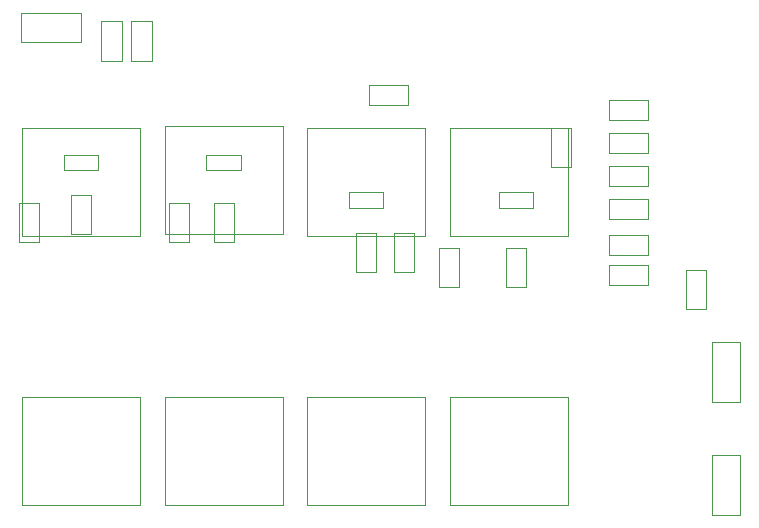
<source format=gbr>
%TF.GenerationSoftware,Altium Limited,Altium Designer,19.1.8 (144)*%
G04 Layer_Color=16711935*
%FSLAX26Y26*%
%MOIN*%
%TF.FileFunction,Other,Mechanical_13*%
%TF.Part,Single*%
G01*
G75*
%TA.AperFunction,NonConductor*%
%ADD43C,0.003937*%
D43*
X2266535Y1214961D02*
X2333465D01*
X2266535Y1085039D02*
X2333465D01*
X2266535D02*
Y1214961D01*
X2333465Y1085039D02*
Y1214961D01*
X1210039Y1766535D02*
Y1833465D01*
X1339960Y1766535D02*
Y1833465D01*
X1210039Y1766535D02*
X1339960D01*
X1210039Y1833465D02*
X1339960D01*
X2139961Y1716535D02*
Y1783464D01*
X2010039Y1716535D02*
Y1783464D01*
X2139961D01*
X2010039Y1716535D02*
X2139961D01*
X2010039Y1385285D02*
Y1452214D01*
X2139961Y1385285D02*
Y1452214D01*
X2010039Y1385285D02*
X2139961D01*
X2010039Y1452214D02*
X2139961D01*
Y1495701D02*
Y1562631D01*
X2010039Y1495701D02*
Y1562631D01*
X2139961D01*
X2010039Y1495701D02*
X2139961D01*
X1816535Y1560039D02*
X1883465D01*
X1816535Y1689961D02*
X1883465D01*
Y1560039D02*
Y1689961D01*
X1816535Y1560039D02*
Y1689961D01*
X691535Y1310039D02*
X758465D01*
X691535Y1439961D02*
X758465D01*
Y1310039D02*
Y1439961D01*
X691535Y1310039D02*
Y1439961D01*
X1666535Y1160039D02*
X1733465D01*
X1666535Y1289961D02*
X1733465D01*
Y1160039D02*
Y1289961D01*
X1666535Y1160039D02*
Y1289961D01*
X2139961Y1164452D02*
Y1231381D01*
X2010039Y1164452D02*
Y1231381D01*
X2139961D01*
X2010039Y1164452D02*
X2139961D01*
X541535Y1310039D02*
X608465D01*
X541535Y1439961D02*
X608465D01*
Y1310039D02*
Y1439961D01*
X541535Y1310039D02*
Y1439961D01*
X41535Y1310039D02*
X108465D01*
X41535Y1439961D02*
X108465D01*
Y1310039D02*
Y1439961D01*
X41535Y1310039D02*
Y1439961D01*
X216535Y1464961D02*
X283464D01*
X216535Y1335039D02*
X283464D01*
X216535D02*
Y1464961D01*
X283464Y1335039D02*
Y1464961D01*
X2139961Y1606118D02*
Y1673047D01*
X2010039Y1606118D02*
Y1673047D01*
X2139961D01*
X2010039Y1606118D02*
X2139961D01*
X1441535Y1289961D02*
X1508465D01*
X1441535Y1160039D02*
X1508465D01*
X1441535D02*
Y1289961D01*
X1508465Y1160039D02*
Y1289961D01*
X1291535Y1339961D02*
X1358465D01*
X1291535Y1210039D02*
X1358465D01*
X1291535D02*
Y1339961D01*
X1358465Y1210039D02*
Y1339961D01*
X1166535D02*
X1233465D01*
X1166535Y1210039D02*
X1233465D01*
X1166535D02*
Y1339961D01*
X1233465Y1210039D02*
Y1339961D01*
X2010039Y1266535D02*
Y1333465D01*
X2139961Y1266535D02*
Y1333465D01*
X2010039Y1266535D02*
X2139961D01*
X2010039Y1333465D02*
X2139961D01*
X1142520Y1424409D02*
X1257480D01*
X1142520Y1475591D02*
X1257480D01*
Y1424409D02*
Y1475591D01*
X1142520Y1424409D02*
Y1475591D01*
X1642520Y1424409D02*
X1757480D01*
X1642520Y1475591D02*
X1757480D01*
Y1424409D02*
Y1475591D01*
X1642520Y1424409D02*
Y1475591D01*
X667520Y1549409D02*
X782480D01*
X667520Y1600591D02*
X782480D01*
Y1549409D02*
Y1600591D01*
X667520Y1549409D02*
Y1600591D01*
X192520Y1549409D02*
X307480D01*
X192520Y1600591D02*
X307480D01*
Y1549409D02*
Y1600591D01*
X192520Y1549409D02*
Y1600591D01*
X414567Y2047047D02*
X485433D01*
X414567Y1913189D02*
X485433D01*
Y2047047D01*
X414567Y1913189D02*
Y2047047D01*
X314567D02*
X385433D01*
X314567Y1913189D02*
X385433D01*
Y2047047D01*
X314567Y1913189D02*
Y2047047D01*
X50000Y1977559D02*
X250000D01*
Y2072441D01*
X50000D02*
X250000D01*
X50000Y1977559D02*
Y2072441D01*
X1478740Y794095D02*
X1871260D01*
X1478740Y434055D02*
X1871260D01*
Y794095D01*
X1478740Y434055D02*
Y794095D01*
Y1330906D02*
X1871260D01*
X1478740Y1690945D02*
X1871260D01*
X1478740Y1330906D02*
Y1690945D01*
X1871260Y1330906D02*
Y1690945D01*
X1003740Y794095D02*
X1396260D01*
X1003740Y434055D02*
X1396260D01*
Y794095D01*
X1003740Y434055D02*
Y794095D01*
Y1330906D02*
X1396260D01*
X1003740Y1690945D02*
X1396260D01*
X1003740Y1330906D02*
Y1690945D01*
X1396260Y1330906D02*
Y1690945D01*
X528740Y794095D02*
X921260D01*
X528740Y434055D02*
X921260D01*
Y794095D01*
X528740Y434055D02*
Y794095D01*
Y1334449D02*
X921260D01*
X528740Y1694488D02*
X921260D01*
X528740Y1334449D02*
Y1694488D01*
X921260Y1334449D02*
Y1694488D01*
X53740Y794095D02*
X446260D01*
X53740Y434055D02*
X446260D01*
Y794095D01*
X53740Y434055D02*
Y794095D01*
Y1330906D02*
X446260D01*
X53740Y1690945D02*
X446260D01*
X53740Y1330906D02*
Y1690945D01*
X446260Y1330906D02*
Y1690945D01*
X2447441Y775000D02*
Y975000D01*
X2352559D02*
X2447441D01*
X2352559Y775000D02*
Y975000D01*
Y775000D02*
X2447441D01*
Y400000D02*
Y600000D01*
X2352559D02*
X2447441D01*
X2352559Y400000D02*
Y600000D01*
Y400000D02*
X2447441D01*
%TF.MD5,1b023285c24f8c1842f751f77ae0033f*%
M02*

</source>
